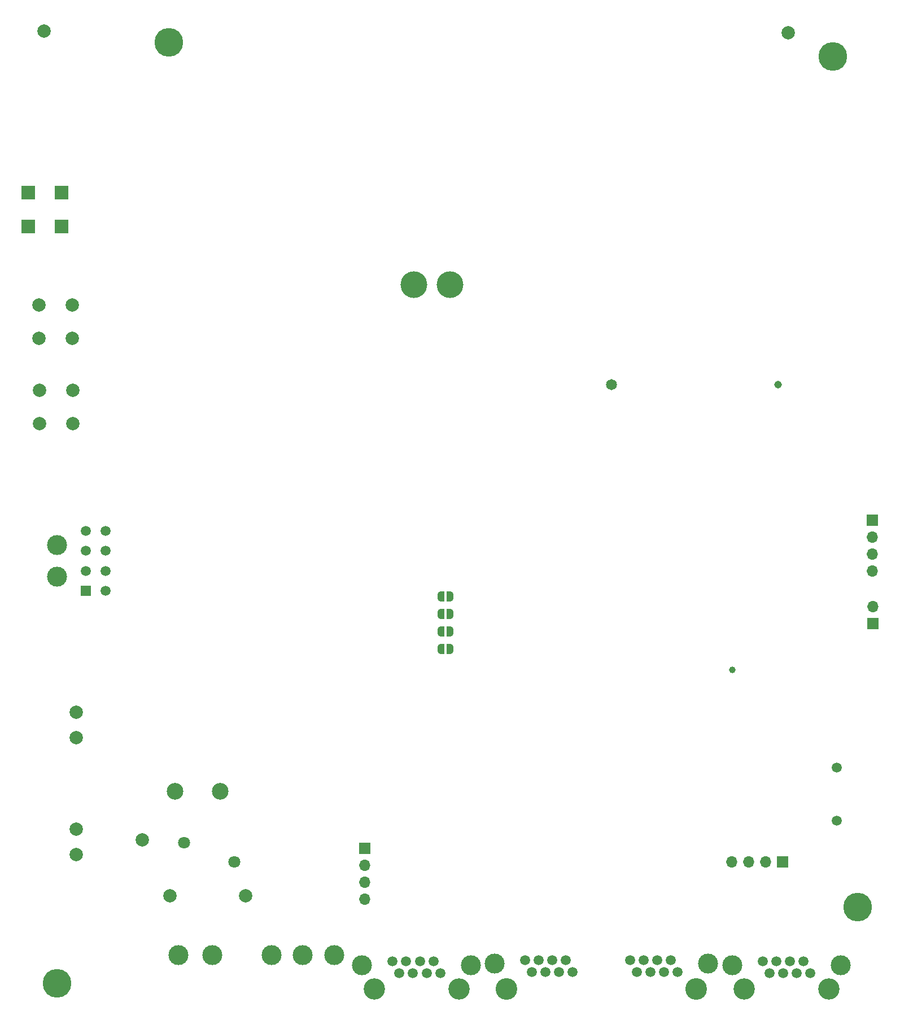
<source format=gbs>
G04 #@! TF.GenerationSoftware,KiCad,Pcbnew,7.0.6-0*
G04 #@! TF.CreationDate,2023-09-12T11:21:30-03:00*
G04 #@! TF.ProjectId,macunaima_rev2.3,6d616375-6e61-4696-9d61-5f726576322e,rev?*
G04 #@! TF.SameCoordinates,Original*
G04 #@! TF.FileFunction,Soldermask,Bot*
G04 #@! TF.FilePolarity,Negative*
%FSLAX46Y46*%
G04 Gerber Fmt 4.6, Leading zero omitted, Abs format (unit mm)*
G04 Created by KiCad (PCBNEW 7.0.6-0) date 2023-09-12 11:21:30*
%MOMM*%
%LPD*%
G01*
G04 APERTURE LIST*
G04 Aperture macros list*
%AMFreePoly0*
4,1,19,0.500000,-0.750000,0.000000,-0.750000,0.000000,-0.744911,-0.071157,-0.744911,-0.207708,-0.704816,-0.327430,-0.627875,-0.420627,-0.520320,-0.479746,-0.390866,-0.500000,-0.250000,-0.500000,0.250000,-0.479746,0.390866,-0.420627,0.520320,-0.327430,0.627875,-0.207708,0.704816,-0.071157,0.744911,0.000000,0.744911,0.000000,0.750000,0.500000,0.750000,0.500000,-0.750000,0.500000,-0.750000,
$1*%
%AMFreePoly1*
4,1,19,0.000000,0.744911,0.071157,0.744911,0.207708,0.704816,0.327430,0.627875,0.420627,0.520320,0.479746,0.390866,0.500000,0.250000,0.500000,-0.250000,0.479746,-0.390866,0.420627,-0.520320,0.327430,-0.627875,0.207708,-0.704816,0.071157,-0.744911,0.000000,-0.744911,0.000000,-0.750000,-0.500000,-0.750000,-0.500000,0.750000,0.000000,0.750000,0.000000,0.744911,0.000000,0.744911,
$1*%
G04 Aperture macros list end*
%ADD10C,2.000000*%
%ADD11R,1.700000X1.700000*%
%ADD12O,1.700000X1.700000*%
%ADD13C,2.500000*%
%ADD14C,4.000000*%
%ADD15C,4.300000*%
%ADD16C,3.200000*%
%ADD17C,1.500000*%
%ADD18C,3.000000*%
%ADD19C,1.498600*%
%ADD20R,2.000000X2.000000*%
%ADD21C,1.651000*%
%ADD22C,1.143000*%
%ADD23C,3.250000*%
%ADD24R,1.520000X1.520000*%
%ADD25C,1.520000*%
%ADD26C,1.800000*%
%ADD27FreePoly0,180.000000*%
%ADD28FreePoly1,180.000000*%
%ADD29C,1.000000*%
G04 APERTURE END LIST*
D10*
X8682000Y-104946000D03*
X8682000Y-108756000D03*
D11*
X114534000Y-127435000D03*
D12*
X111994000Y-127435000D03*
X109454000Y-127435000D03*
X106914000Y-127435000D03*
D10*
X34078573Y-132496773D03*
X22678573Y-132496773D03*
D13*
X23495964Y-116861773D03*
X30245964Y-116861773D03*
D14*
X59245964Y-40861773D03*
X64745964Y-40861773D03*
D15*
X122093573Y-6696773D03*
X22542000Y-4578000D03*
D11*
X128050000Y-76210000D03*
D12*
X128050000Y-78750000D03*
X128050000Y-81290000D03*
X128050000Y-83830000D03*
D16*
X108818573Y-146436773D03*
X121518573Y-146436773D03*
D17*
X118738573Y-144086773D03*
X117718573Y-142306773D03*
X116698573Y-144086773D03*
X115678573Y-142306773D03*
X114658573Y-144086773D03*
X113638573Y-142306773D03*
X112618573Y-144086773D03*
X111598573Y-142306773D03*
D18*
X107018573Y-142936773D03*
X123318573Y-142936773D03*
D16*
X53318573Y-146436773D03*
X66018573Y-146436773D03*
D17*
X63238573Y-144086773D03*
X62218573Y-142306773D03*
X61198573Y-144086773D03*
X60178573Y-142306773D03*
X59158573Y-144086773D03*
X58138573Y-142306773D03*
X57118573Y-144086773D03*
X56098573Y-142306773D03*
D18*
X51518573Y-142936773D03*
X67818573Y-142936773D03*
D19*
X122672619Y-121240296D03*
X122672619Y-113240296D03*
D10*
X8088573Y-43908573D03*
X3088573Y-43908573D03*
X8088573Y-48908573D03*
X3088573Y-48908573D03*
D11*
X51942000Y-125379000D03*
D12*
X51942000Y-127919000D03*
X51942000Y-130459000D03*
X51942000Y-132999000D03*
D20*
X6490573Y-27106573D03*
X1440573Y-27106573D03*
X6490573Y-32156573D03*
X1440573Y-32156573D03*
D18*
X23968573Y-141391773D03*
X29048573Y-141391773D03*
D21*
X88898997Y-55842002D03*
D22*
X113898999Y-55842002D03*
D23*
X73193573Y-146436773D03*
X101643573Y-146436773D03*
D17*
X98868573Y-143896773D03*
X97848573Y-142116773D03*
X96828573Y-143896773D03*
X95808573Y-142116773D03*
X94788573Y-143896773D03*
X93768573Y-142116773D03*
X92748573Y-143896773D03*
X91728573Y-142116773D03*
X83108573Y-143896773D03*
X82088573Y-142116773D03*
X81068573Y-143896773D03*
X80048573Y-142116773D03*
X79028573Y-143896773D03*
X78008573Y-142116773D03*
X76988573Y-143896773D03*
X75968573Y-142116773D03*
D18*
X103418573Y-142636773D03*
X71418573Y-142636773D03*
D11*
X128125000Y-91710000D03*
D12*
X128125000Y-89170000D03*
D18*
X5771573Y-79955823D03*
X5771573Y-84635823D03*
D24*
X10091573Y-86795823D03*
D25*
X10091573Y-83795823D03*
X10091573Y-80795823D03*
X10091573Y-77795823D03*
X13091573Y-86795823D03*
X13091573Y-83795823D03*
X13091573Y-80795823D03*
X13091573Y-77795823D03*
D18*
X37943573Y-141411773D03*
X42643573Y-141411773D03*
X47343573Y-141411773D03*
D15*
X125838573Y-134166773D03*
D26*
X24858573Y-124516773D03*
X32358573Y-127416773D03*
D10*
X8143573Y-56728573D03*
X3143573Y-56728573D03*
X8143573Y-61728573D03*
X3143573Y-61728573D03*
D15*
X5739573Y-145608573D03*
D10*
X8682000Y-122529000D03*
X8682000Y-126339000D03*
D27*
X64690573Y-87592773D03*
D28*
X63390573Y-87592773D03*
D27*
X64690573Y-92842105D03*
D28*
X63390573Y-92842105D03*
D10*
X3852000Y-2893000D03*
D29*
X107013573Y-98666773D03*
D10*
X18548573Y-124136773D03*
X115418573Y-3106773D03*
D27*
X64690573Y-95466773D03*
D28*
X63390573Y-95466773D03*
D27*
X64690573Y-90217439D03*
D28*
X63390573Y-90217439D03*
M02*

</source>
